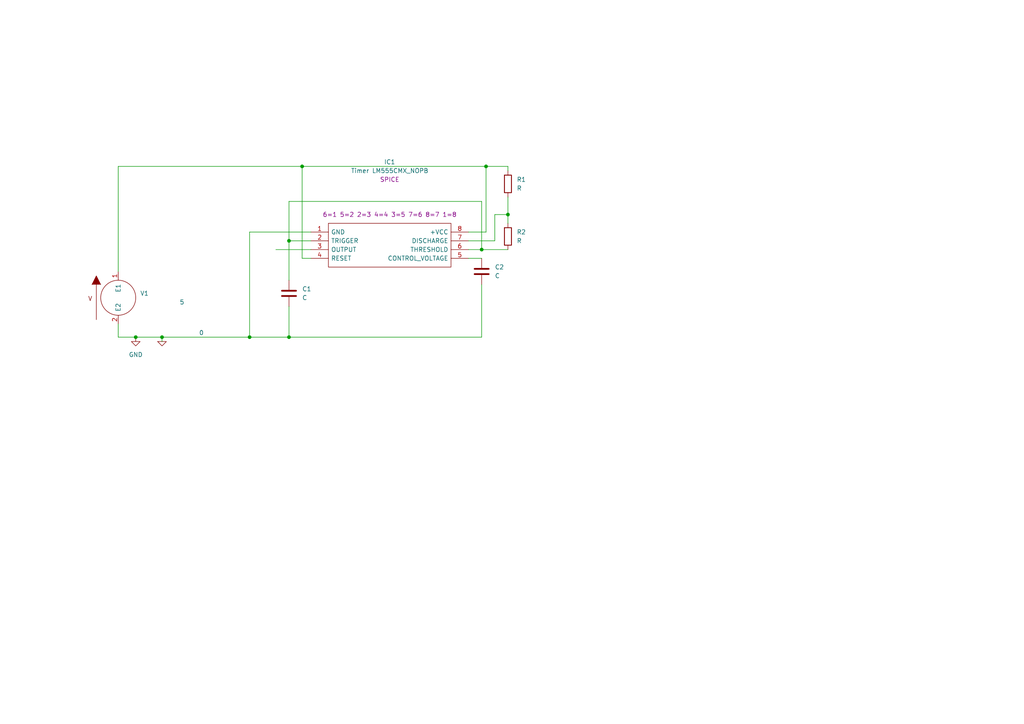
<source format=kicad_sch>
(kicad_sch (version 20211123) (generator eeschema)
  (paper "A4")
  (lib_symbols
    (symbol "Device:C" (pin_numbers hide) (pin_names (offset 0.254))
      (property "Reference" "C" (at 0.635 2.54 0))
      (property "Value" "C" (at 0.635 -2.54 0))
      (symbol "C_0_1"
        (polyline (pts (xy -2.032 -0.762) (xy 2.032 -0.762)) (stroke (width 0.508)))
        (polyline (pts (xy -2.032 0.762) (xy 2.032 0.762)) (stroke (width 0.508)))
      )
      (symbol "C_1_1"
        (pin passive line (at 0 3.81 270) (length 2.794) (name "~") (number "1"))
        (pin passive line (at 0 -3.81 90) (length 2.794) (name "~") (number "2"))
      )
    )
    (symbol "Device:R" (pin_numbers hide) (pin_names (offset 0))
      (property "Reference" "R" (at 2.032 0 90))
      (property "Value" "R" (at 0 0 90))
      (symbol "R_0_1"
        (rectangle (start -1.016 -2.54) (end 1.016 2.54) (stroke (width 0.254)))
      )
      (symbol "R_1_1"
        (pin passive line (at 0 3.81 270) (length 1.27) (name "~") (number "1"))
        (pin passive line (at 0 -3.81 90) (length 1.27) (name "~") (number "2"))
      )
    )
    (symbol "EPSA_Lib:Timer LM555CMX_NOPB" (pin_names (offset 0.762))
      (property "Reference" "IC" (at 54.61 7.62 0))
      (property "Value" "Timer LM555CMX_NOPB" (at 54.61 5.08 0))
      (property "Spice_Primitive" "X" (at 54.61 7.62 0))
      (property "Spice_Model" "TLC555" (at 54.61 7.62 0))
      (property "Spice_Netlist_Enabled" "Y" (at 54.61 7.62 0))
      (property "Spice_Lib_File" "spice\\TLC555.LIB" (at 54.61 7.62 0))
      (property "Spice_Node_Sequence" "6,5,2,4,3,7,8,1" (at 54.61 7.62 0))
      (symbol "Timer LM555CMX_NOPB_0_0"
        (pin passive line (at 0 0 0) (length 5.08) (name "GND") (number "1"))
        (pin passive line (at 0 -2.54 0) (length 5.08) (name "TRIGGER") (number "2"))
        (pin passive line (at 0 -5.08 0) (length 5.08) (name "OUTPUT") (number "3"))
        (pin passive line (at 0 -7.62 0) (length 5.08) (name "RESET") (number "4"))
        (pin passive line (at 45.72 -7.62 180) (length 5.08) (name "CONTROL_VOLTAGE") (number "5"))
        (pin passive line (at 45.72 -5.08 180) (length 5.08) (name "THRESHOLD") (number "6"))
        (pin passive line (at 45.72 -2.54 180) (length 5.08) (name "DISCHARGE") (number "7"))
        (pin passive line (at 45.72 0 180) (length 5.08) (name "+VCC") (number "8"))
      )
      (symbol "Timer LM555CMX_NOPB_0_1"
        (polyline (pts (xy 5.08 2.54) (xy 40.64 2.54) (xy 40.64 -10.16) (xy 5.08 -10.16) (xy 5.08 2.54)) (stroke (width 0.1524)))
      )
    )
    (symbol "power:GND" (power) (pin_names (offset 0))
      (property "Value" "GND" (at 0 -3.81 0))
      (symbol "GND_0_1"
        (polyline (pts (xy 0 0) (xy 0 -1.27) (xy 1.27 -1.27) (xy 0 -2.54) (xy -1.27 -1.27) (xy 0 -1.27)))
      )
      (symbol "GND_1_1"
        (pin power_in line (at 0 0 270) (length 0) hide (name "GND") (number "1"))
      )
    )
    (symbol "pspice:0" (power) (pin_names (offset 0))
      (property "Value" "0" (at 0 -1.778 0))
      (symbol "0_0_1"
        (polyline (pts (xy -1.27 0) (xy 0 -1.27) (xy 1.27 0) (xy -1.27 0)))
      )
      (symbol "0_1_1"
        (pin power_in line (at 0 0 0) (length 0) hide (name "0") (number "1"))
      )
    )
    (symbol "pspice:VSOURCE" (pin_names (offset 1.016))
      (property "Reference" "V" (at -6.35 7.62 0))
      (property "Value" "VSOURCE" (at 0 0 0))
      (symbol "VSOURCE_0_1"
        (polyline (pts (xy -6.35 -6.35) (xy -6.35 3.81)) (fill (type outline)))
        (polyline (pts (xy -7.62 3.81) (xy -6.35 6.35) (xy -5.08 3.81)) (fill (type outline)))
        (circle (center 0 0) (radius 5.08))
        (text "V" (at -8.128 -0.254 0) (effects (font (size 1.27 1.27))))
      )
      (symbol "VSOURCE_1_1"
        (pin input line (at 0 7.62 270) (length 2.54) (name "E1") (number "1"))
        (pin input line (at 0 -7.62 90) (length 2.54) (name "E2") (number "2"))
      )
    )
  )
  (junction (at 139.7 72.39))
  (junction (at 46.99 97.79))
  (junction (at 83.82 97.79))
  (junction (at 72.39 97.79))
  (junction (at 87.63 48.26))
  (junction (at 140.97 48.26))
  (junction (at 83.82 69.85))
  (junction (at 147.32 62.23))
  (junction (at 39.37 97.79))
  (wire (pts (xy 34.29 93.98) (xy 34.29 97.79)))
  (wire (pts (xy 147.32 57.15) (xy 147.32 62.23)))
  (wire (pts (xy 139.7 72.39) (xy 147.32 72.39)))
  (wire (pts (xy 46.99 97.79) (xy 46.99 99.06)))
  (wire (pts (xy 72.39 97.79) (xy 83.82 97.79)))
  (wire (pts (xy 147.32 62.23) (xy 147.32 64.77)))
  (wire (pts (xy 34.29 97.79) (xy 39.37 97.79)))
  (wire (pts (xy 87.63 48.26) (xy 87.63 74.93)))
  (wire (pts (xy 90.17 74.93) (xy 87.63 74.93)))
  (wire (pts (xy 83.82 69.85) (xy 90.17 69.85)))
  (wire (pts (xy 72.39 67.31) (xy 72.39 97.79)))
  (wire (pts (xy 139.7 58.42) (xy 83.82 58.42)))
  (wire (pts (xy 83.82 88.9) (xy 83.82 97.79)))
  (wire (pts (xy 34.29 48.26) (xy 34.29 78.74)))
  (wire (pts (xy 140.97 48.26) (xy 147.32 48.26)))
  (wire (pts (xy 135.89 69.85) (xy 143.51 69.85)))
  (wire (pts (xy 140.97 48.26) (xy 140.97 67.31)))
  (wire (pts (xy 139.7 72.39) (xy 139.7 58.42)))
  (wire (pts (xy 83.82 97.79) (xy 139.7 97.79)))
  (wire (pts (xy 83.82 58.42) (xy 83.82 69.85)))
  (wire (pts (xy 34.29 48.26) (xy 87.63 48.26)))
  (wire (pts (xy 135.89 72.39) (xy 139.7 72.39)))
  (wire (pts (xy 87.63 48.26) (xy 140.97 48.26)))
  (wire (pts (xy 90.17 67.31) (xy 72.39 67.31)))
  (wire (pts (xy 135.89 74.93) (xy 139.7 74.93)))
  (wire (pts (xy 39.37 97.79) (xy 46.99 97.79)))
  (wire (pts (xy 147.32 48.26) (xy 147.32 49.53)))
  (wire (pts (xy 143.51 69.85) (xy 143.51 62.23)))
  (wire (pts (xy 46.99 97.79) (xy 72.39 97.79)))
  (wire (pts (xy 83.82 69.85) (xy 83.82 81.28)))
  (wire (pts (xy 139.7 82.55) (xy 139.7 97.79)))
  (wire (pts (xy 140.97 67.31) (xy 135.89 67.31)))
  (wire (pts (xy 143.51 62.23) (xy 147.32 62.23)))
  (wire (pts (xy 80.01 72.39) (xy 90.17 72.39)))
  (symbol (lib_id "Device:R") (at 147.32 53.34 0) (unit 1)
    (property "Reference" "R1" (at 149.86 52.0699 0) (effects (justify left)))
    (property "Value" "R" (at 149.86 54.6099 0) (effects (justify left)))
    (property "Spice_Primitive" "R" (effects hide))
    (property "Spice_Model" "100k" (effects hide))
    (property "Spice_Netlist_Enabled" "Y" (effects hide))
  )
  (symbol (lib_id "Device:R") (at 147.32 68.58 0) (unit 1)
    (property "Reference" "R2" (at 149.86 67.3099 0) (effects (justify left)))
    (property "Value" "R" (at 149.86 69.8499 0) (effects (justify left)))
    (property "Spice_Primitive" "R" (effects hide))
    (property "Spice_Model" "100k" (effects hide))
    (property "Spice_Netlist_Enabled" "Y" (effects hide))
  )
  (symbol (lib_id "EPSA_Lib:Timer LM555CMX_NOPB") (at 90.17 67.31 0) (unit 1)
    (property "Reference" "IC1" (at 113.03 46.99 0))
    (property "Value" "Timer LM555CMX_NOPB" (at 113.03 49.53 0))
    (property "Footprint" "SOIC127P600X175-8N" (effects hide))
    (property "Datasheet" "http://www.ti.com/lit/ds/symlink/lm555.pdf" (effects hide))
    (property "Description" "Highly stable 555 timer for generating accurate time delays and oscillation" (effects hide))
    (property "Height" "1.75" (effects hide))
    (property "Manufacturer_Name" "Texas Instruments" (effects hide))
    (property "Manufacturer_Part_Number" "LM555CMX/NOPB" (effects hide))
    (property "Mouser Part Number" "926-LM555CMX/NOPB" (effects hide))
    (property "Mouser Price/Stock" "https://www.mouser.co.uk/ProductDetail/Texas-Instruments/LM555CMX-NOPB?qs=QbsRYf82W3GHnQuoL%2FmIoA%3D%3D" (effects hide))
    (property "Arrow Part Number" "LM555CMX/NOPB" (effects hide))
    (property "Arrow Price/Stock" "https://www.arrow.com/en/products/lm555cmxnopb/texas-instruments?region=nac" (effects hide))
    (property "Spice_Primitive" "X" (at 113.03 52.07 0))
    (property "Spice_Model" "TLC555" (at 113.03 54.61 0))
    (property "Spice_Netlist_Enabled" "Y" (at 113.03 57.15 0))
    (property "Spice_Lib_File" "spice\\TLC555.LIB" (at 113.03 59.69 0))
    (property "Spice_Node_Sequence" "6,5,2,4,3,7,8,1" (at 113.03 62.23 0))
  )
  (symbol (lib_id "pspice:0") (at 46.99 99.06 0) (unit 1)
    (property "Reference" "#GND01" (effects hide))
    (property "Value" "0" (at 58.42 96.52 0))
  )
  (symbol (lib_id "Device:C") (at 139.7 78.74 0) (unit 1)
    (property "Reference" "C2" (at 143.51 77.4699 0) (effects (justify left)))
    (property "Value" "C" (at 143.51 80.0099 0) (effects (justify left)))
    (property "Spice_Primitive" "C" (effects hide))
    (property "Spice_Model" "0.01u" (effects hide))
    (property "Spice_Netlist_Enabled" "Y" (effects hide))
  )
  (symbol (lib_id "pspice:VSOURCE") (at 34.29 86.36 0) (unit 1)
    (property "Reference" "V1" (at 40.64 85.0899 0) (effects (justify left)))
    (property "Value" "VSOURCE" (at 52.07 87.6299 0) (effects (justify left)))
    (property "Spice_Primitive" "V" (effects hide))
    (property "Spice_Model" "dc 5" (effects hide))
    (property "Spice_Netlist_Enabled" "Y" (effects hide))
  )
  (symbol (lib_id "Device:C") (at 83.82 85.09 0) (unit 1)
    (property "Reference" "C1" (at 87.63 83.8199 0) (effects (justify left)))
    (property "Value" "C" (at 87.63 86.3599 0) (effects (justify left)))
    (property "Spice_Primitive" "C" (effects hide))
    (property "Spice_Model" "5u" (effects hide))
    (property "Spice_Netlist_Enabled" "Y" (effects hide))
  )
  (symbol (lib_id "power:GND") (at 39.37 97.79 0) (unit 1)
    (property "Reference" "#PWR01" (effects hide))
    (property "Value" "GND" (at 39.37 102.87 0))
  )
)
</source>
